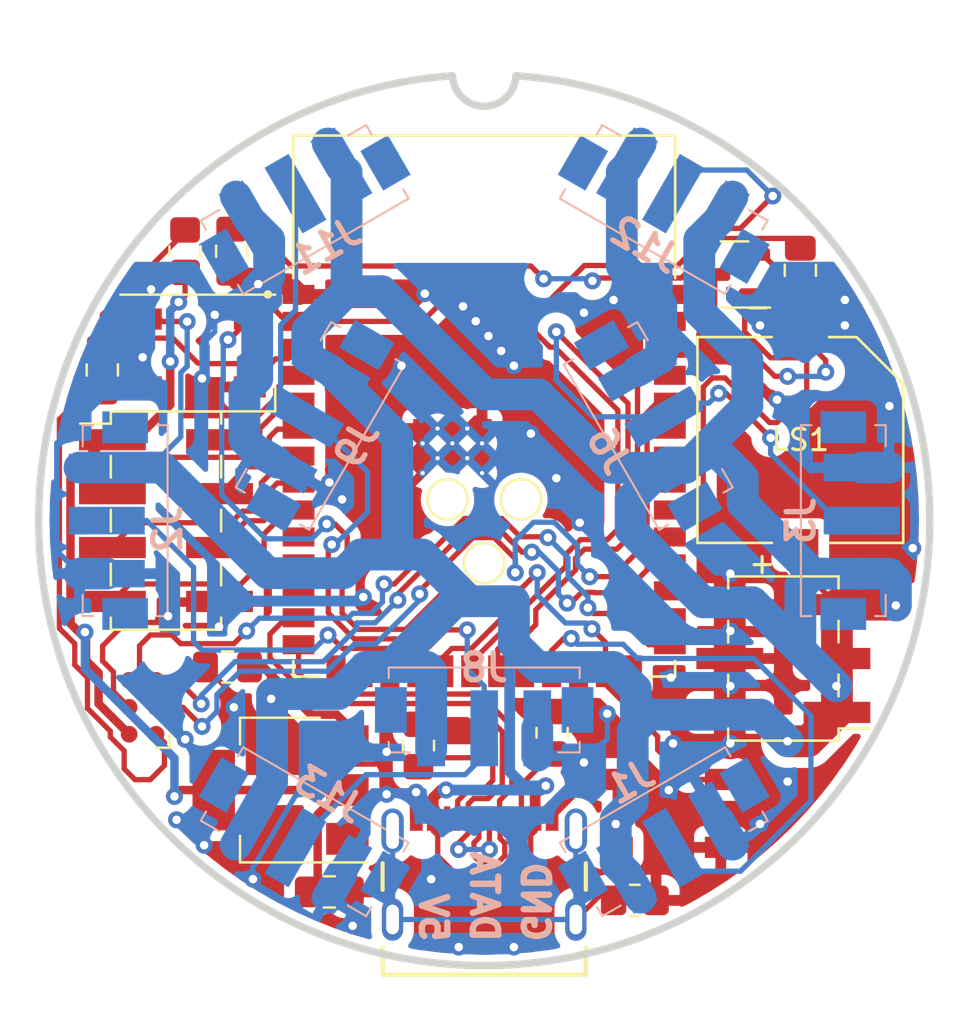
<source format=kicad_pcb>
(kicad_pcb (version 20211014) (generator pcbnew)

  (general
    (thickness 1.6)
  )

  (paper "A4")
  (layers
    (0 "F.Cu" signal)
    (31 "B.Cu" signal)
    (32 "B.Adhes" user "B.Adhesive")
    (33 "F.Adhes" user "F.Adhesive")
    (34 "B.Paste" user)
    (35 "F.Paste" user)
    (36 "B.SilkS" user "B.Silkscreen")
    (37 "F.SilkS" user "F.Silkscreen")
    (38 "B.Mask" user)
    (39 "F.Mask" user)
    (40 "Dwgs.User" user "User.Drawings")
    (41 "Cmts.User" user "User.Comments")
    (42 "Eco1.User" user "User.Eco1")
    (43 "Eco2.User" user "User.Eco2")
    (44 "Edge.Cuts" user)
    (45 "Margin" user)
    (46 "B.CrtYd" user "B.Courtyard")
    (47 "F.CrtYd" user "F.Courtyard")
    (48 "B.Fab" user)
    (49 "F.Fab" user)
    (50 "User.1" user)
    (51 "User.2" user)
    (52 "User.3" user)
    (53 "User.4" user)
    (54 "User.5" user)
    (55 "User.6" user)
    (56 "User.7" user)
    (57 "User.8" user)
    (58 "User.9" user)
  )

  (setup
    (stackup
      (layer "F.SilkS" (type "Top Silk Screen"))
      (layer "F.Paste" (type "Top Solder Paste"))
      (layer "F.Mask" (type "Top Solder Mask") (thickness 0.01))
      (layer "F.Cu" (type "copper") (thickness 0.035))
      (layer "dielectric 1" (type "core") (thickness 1.51) (material "FR4") (epsilon_r 4.5) (loss_tangent 0.02))
      (layer "B.Cu" (type "copper") (thickness 0.035))
      (layer "B.Mask" (type "Bottom Solder Mask") (thickness 0.01))
      (layer "B.Paste" (type "Bottom Solder Paste"))
      (layer "B.SilkS" (type "Bottom Silk Screen"))
      (copper_finish "None")
      (dielectric_constraints no)
    )
    (pad_to_mask_clearance 0)
    (pcbplotparams
      (layerselection 0x00010fc_ffffffff)
      (disableapertmacros false)
      (usegerberextensions false)
      (usegerberattributes true)
      (usegerberadvancedattributes true)
      (creategerberjobfile true)
      (svguseinch false)
      (svgprecision 6)
      (excludeedgelayer true)
      (plotframeref false)
      (viasonmask false)
      (mode 1)
      (useauxorigin false)
      (hpglpennumber 1)
      (hpglpenspeed 20)
      (hpglpendiameter 15.000000)
      (dxfpolygonmode true)
      (dxfimperialunits true)
      (dxfusepcbnewfont true)
      (psnegative false)
      (psa4output false)
      (plotreference true)
      (plotvalue true)
      (plotinvisibletext false)
      (sketchpadsonfab false)
      (subtractmaskfromsilk false)
      (outputformat 1)
      (mirror false)
      (drillshape 0)
      (scaleselection 1)
      (outputdirectory "gerber/")
    )
  )

  (net 0 "")
  (net 1 "+5V")
  (net 2 "GND")
  (net 3 "+3V3")
  (net 4 "ESP_EN")
  (net 5 "LED_INTERNAL")
  (net 6 "ESP_TX")
  (net 7 "ESP_RX")
  (net 8 "ESP_IO0")
  (net 9 "ESP_D+")
  (net 10 "unconnected-(U2-Pad17)")
  (net 11 "ESP_D-")
  (net 12 "ESP_IO4")
  (net 13 "Net-(J4-PadB5)")
  (net 14 "Net-(J4-PadS1)")
  (net 15 "Net-(J4-PadA5)")
  (net 16 "unconnected-(J4-PadA8)")
  (net 17 "unconnected-(J4-PadB8)")
  (net 18 "BUZZER")
  (net 19 "ESP_IO5")
  (net 20 "ESP_IO6")
  (net 21 "ESP_IO7")
  (net 22 "ESP_IO8")
  (net 23 "LED_EXTERNAL_0")
  (net 24 "ESP_IO9")
  (net 25 "unconnected-(U2-Pad11)")
  (net 26 "unconnected-(U2-Pad15)")
  (net 27 "unconnected-(U2-Pad16)")
  (net 28 "LED_EXTERNAL_2")
  (net 29 "LED_EXTERNAL_4")
  (net 30 "LED_EXTERNAL_1")
  (net 31 "LED_EXTERNAL_3")
  (net 32 "LED_EXTERNAL_5")
  (net 33 "unconnected-(U2-Pad24)")
  (net 34 "unconnected-(U2-Pad26)")
  (net 35 "unconnected-(U2-Pad28)")
  (net 36 "unconnected-(U2-Pad29)")
  (net 37 "unconnected-(U2-Pad30)")
  (net 38 "unconnected-(U2-Pad31)")
  (net 39 "unconnected-(U2-Pad33)")
  (net 40 "unconnected-(U2-Pad34)")
  (net 41 "unconnected-(U2-Pad35)")
  (net 42 "unconnected-(U2-Pad38)")
  (net 43 "unconnected-(U2-Pad39)")
  (net 44 "unconnected-(D2-Pad2)")
  (net 45 "unconnected-(D1-Pad2)")
  (net 46 "Net-(LS1-PadN)")
  (net 47 "unconnected-(U2-Pad10)")
  (net 48 "unconnected-(U2-Pad12)")

  (footprint "LED_SMD:LED_WS2812B_PLCC4_5.0x5.0mm_P3.2mm" (layer "F.Cu") (at 58.7 63.8))

  (footprint "TestPoint:TestPoint_Pad_D1.5mm" (layer "F.Cu") (at 51.73 49))

  (footprint "TestPoint:TestPoint_Pad_D1.5mm" (layer "F.Cu") (at 48.27 49))

  (footprint "Resistor_SMD:R_0805_2012Metric_Pad1.20x1.40mm_HandSolder" (layer "F.Cu") (at 57.1 67.9))

  (footprint "CMI-9705-0380-SMT-TR:CUI_CMI-9705-0380-SMT-TR" (layer "F.Cu") (at 64.9 46.2 180))

  (footprint "AMS1117:SOT-223-3Lead_TabPin2" (layer "F.Cu") (at 40.4 62.7 180))

  (footprint "Capacitor_SMD:C_0805_2012Metric_Pad1.18x1.45mm_HandSolder" (layer "F.Cu") (at 32 42.9 -90))

  (footprint "Resistor_SMD:R_0805_2012Metric_Pad1.20x1.40mm_HandSolder" (layer "F.Cu") (at 46.9 60.6 90))

  (footprint "Connector_PinHeader_2.54mm:PinHeader_2x04_P2.54mm_Vertical_SMD" (layer "F.Cu") (at 35 50))

  (footprint "Capacitor_SMD:C_0805_2012Metric_Pad1.18x1.45mm_HandSolder" (layer "F.Cu") (at 64.9 38.2 -90))

  (footprint "LED_SMD:LED_WS2812B_PLCC4_5.0x5.0mm_P3.2mm" (layer "F.Cu") (at 36.5 42.1))

  (footprint "Connector:Tag-Connect_TC2030-IDC-NL_2x03_P1.27mm_Vertical" (layer "F.Cu") (at 33.9 58.8 90))

  (footprint "ESP32-S3:XCVR_ESP32-S3-WROOM-1-N16R2" (layer "F.Cu") (at 50 44.6))

  (footprint "Package_TO_SOT_SMD:SOT-23" (layer "F.Cu") (at 61.8 38.4 180))

  (footprint "Resistor_SMD:R_0805_2012Metric_Pad1.20x1.40mm_HandSolder" (layer "F.Cu") (at 35.9 37.3 90))

  (footprint "USB:GCT_USB4105-GF-A" (layer "F.Cu") (at 50 68.8))

  (footprint "Connector_PinHeader_2.54mm:PinHeader_2x03_P2.54mm_Vertical_SMD" (layer "F.Cu") (at 64.1 56.5 180))

  (footprint "Capacitor_SMD:C_0805_2012Metric_Pad1.18x1.45mm_HandSolder" (layer "F.Cu") (at 42.7 67.5))

  (footprint "TestPoint:TestPoint_Pad_D1.5mm" (layer "F.Cu") (at 50 52))

  (footprint "Resistor_SMD:R_0805_2012Metric_Pad1.20x1.40mm_HandSolder" (layer "F.Cu") (at 53.2 60 90))

  (footprint "Capacitor_SMD:C_0805_2012Metric_Pad1.18x1.45mm_HandSolder" (layer "F.Cu") (at 38.1 37.3 -90))

  (footprint "Capacitor_SMD:C_0805_2012Metric_Pad1.18x1.45mm_HandSolder" (layer "F.Cu") (at 37.9 56.9 180))

  (footprint "KYOCERA:009155003541006" (layer "B.Cu") (at 43.07 46 -120))

  (footprint "KYOCERA:009155003541006" (layer "B.Cu") (at 42 63.86 -30))

  (footprint "KYOCERA:009155003541006" (layer "B.Cu") (at 58 63.86 30))

  (footprint "KYOCERA:009155003541006" (layer "B.Cu") (at 66 50 90))

  (footprint "KYOCERA:009155003541006" (layer "B.Cu") (at 56.93 46 120))

  (footprint "KYOCERA:009155003541006" (layer "B.Cu") (at 58 36.14 150))

  (footprint "KYOCERA:009155003541006" (layer "B.Cu") (at 50 58))

  (footprint "KYOCERA:009155003541006" (layer "B.Cu") (at 42 36.14 -150))

  (footprint "KYOCERA:009155003541006" (layer "B.Cu") (at 34 50 -90))

  (gr_curve (pts (xy 51.494084 29.029381) (xy 51.462519 29.829935) (xy 50.808295 30.470615) (xy 50.000011 30.470615)) (layer "Edge.Cuts") (width 0.35) (tstamp 02025f0d-2c36-4e8a-b2f2-bd209884a171))
  (gr_curve (pts (xy 71 49.970609) (xy 71 38.875572) (xy 62.393957 29.796475) (xy 51.494084 29.029381)) (layer "Edge.Cuts") (width 0.35) (tstamp 15e7e8ae-30f8-4ab4-8598-527b01c57ead))
  (gr_curve (pts (xy 29.000001 49.970609) (xy 29.000001 61.568588) (xy 38.402011 70.970619) (xy 50.000011 70.970619)) (layer "Edge.Cuts") (width 0.35) (tstamp 2fe86075-1652-4a57-add0-6a0d4ccd3bba))
  (gr_curve (pts (xy 50.000011 70.970619) (xy 61.59799 70.970619) (xy 71 61.568588) (xy 71 49.970609)) (layer "Edge.Cuts") (width 0.35) (tstamp 6f5105ac-cf26-4982-b835-feffb12fc1cd))
  (gr_curve (pts (xy 48.505916 29.029381) (xy 37.606022 29.796475) (xy 29.000001 38.875572) (xy 29.000001 49.970609)) (layer "Edge.Cuts") (width 0.35) (tstamp 83454dc4-d07d-4169-b1b5-ccfdc401f507))
  (gr_curve (pts (xy 50.000011 30.470615) (xy 49.191706 30.470615) (xy 48.537482 29.829935) (xy 48.505916 29.029381)) (layer "Edge.Cuts") (width 0.35) (tstamp ae5e877b-644d-456e-b5ef-1a64fc0b52f5))
  (gr_text "DATA" (at 50 70 270) (layer "B.SilkS") (tstamp 71347679-6d00-4bdf-82a7-292868af630f)
    (effects (font (size 1.2 1.2) (thickness 0.3)) (justify left mirror))
  )
  (gr_text "GND" (at 52.4 70 270) (layer "B.SilkS") (tstamp b78bfc8f-0469-4499-ad41-c131461c3c5d)
    (effects (font (size 1.2 1.2) (thickness 0.3)) (justify left mirror))
  )
  (gr_text "5V" (at 47.6 70 270) (layer "B.SilkS") (tstamp fcb97466-92b0-4979-a8fb-7f5018f5491e)
    (effects (font (size 1.2 1.2) (thickness 0.3)) (justify left mirror))
  )

  (segment (start 66.625 53.96) (end 69.36 53.96) (width 1.5) (layer "F.Cu") (net 1) (tstamp 1ab7e168-65ef-4c69-aee8-827e1f2d4f74))
  (segment (start 35.9995 40.618688) (end 34.818688 40.618688) (width 0.25) (layer "F.Cu") (net 1) (tstamp 255781b9-a250-4bb0-88cd-ee59128159d9))
  (segment (start 47.6 63.062978) (end 47.6 64.045) (width 0.508) (layer "F.Cu") (net 1) (tstamp 26890865-820e-4f14-b8f0-4f830b5d6ea8))
  (segment (start 47.962978 62.7) (end 47.6 63.062978) (width 0.508) (layer "F.Cu") (net 1) (tstamp 2feeab13-c423-4052-9869-99a9a36c9cec))
  (segment (start 34.7 40.5) (end 34.05 40.5) (width 0.25) (layer "F.Cu") (net 1) (tstamp 338584df-2c70-4d23-bb25-90370050fec0))
  (segment (start 64.9 51.15) (end 64.9 52.235) (width 0.25) (layer "F.Cu") (net 1) (tstamp 3872a798-7f5f-4b91-96ae-c068ecddcd72))
  (segment (start 43.55 59.65) (end 43.55 60.4) (width 0.4) (layer "F.Cu") (net 1) (tstamp 3ccc9db8-eb8c-4147-b9ae-0fd1c5375537))
  (segment (start 47.6 64.045) (end 47.6 64.620727) (width 0.25) (layer "F.Cu") (net 1) (tstamp 3f525730-2b60-4fcf-adc6-0a8cf97d099c))
  (segment (start 38.9375 56.9) (end 39.588476 56.9) (width 0.4) (layer "F.Cu") (net 1) (tstamp 44e3469a-9d15-454f-9240-b40cddd79f86))
  (segment (start 43.048551 59.148551) (end 43.55 59.65) (width 0.4) (layer "F.Cu") (net 1) (tstamp 48a0c93d-789c-44df-ab5f-5d0cb36b93d5))
  (segment (start 56.25 64.250498) (end 56.25 62.2) (width 0.4) (layer "F.Cu") (net 1) (tstamp 48a4b99b-2ca0-4e38-bb04-fc0738eea243))
  (segment (start 52.4 62.9) (end 52.4 64.045) (width 0.508) (layer "F.Cu") (net 1) (tstamp 49322a6e-e281-46e3-ad3d-20050b2bb3dc))
  (segment (start 52.190479 65.809521) (end 52.190479 64.830248) (width 0.25) (layer "F.Cu") (net 1) (tstamp 4c6ebc15-4f96-4288-a5ed-5a7b5b989e43))
  (segment (start 39.95556 58.4) (end 39.95556 57.267084) (width 0.4) (layer "F.Cu") (net 1) (tstamp 4c8d139a-1b36-42f2-9e27-884b220c778d))
  (segment (start 39.588476 56.9) (end 41.837027 59.148551) (width 0.4) (layer "F.Cu") (net 1) (tstamp 53ebb907-6102-484a-a4bc-c32099a9c59c))
  (segment (start 64.9 52.235) (end 66.625 53.96) (width 0.25) (layer "F.Cu") (net 1) (tstamp 596c4946-f4f7-4581-a679-c686de92f943))
  (segment (start 69.36 53.96) (end 69.4 54) (width 1.5) (layer "F.Cu") (net 1) (tstamp 5f29c71d-d990-4098-9efa-edd1d6e06641))
  (segment (start 48.2 62.7) (end 47.962978 62.7) (width 0.508) (layer "F.Cu") (net 1) (tstamp 611ac314-42cd-41a8-91b4-3f1060711534))
  (segment (start 52.9 62.4) (end 52.4 62.9) (width 0.508) (layer "F.Cu") (net 1) (tstamp 61fc3ea2-00fe-49a0-abaa-a83a0272f2cb))
  (segment (start 64.3 60.4) (end 65.265 60.4) (width 1.5) (layer "F.Cu") (net 1) (tstamp 66cebd83-6351-4cf9-844e-f0e2e255291e))
  (segment (start 52.4 64.620727) (end 52.4 64.045) (width 0.25) (layer "F.Cu") (net 1) (tstamp 6c751816-cee0-4df4-9d46-48a5e4e5ba4f))
  (segment (start 52.9 62.4) (end 52.9 62.5) (width 0.508) (layer "F.Cu") (net 1) (tstamp 6f0fe351-769e-4b3a-bceb-af950cef9286))
  (segment (start 48.7 66.7) (end 51.3 66.7) (width 0.25) (layer "F.Cu") (net 1) (tstamp 7b171160-3831-405e-beb6-8ecdd733f235))
  (segment (start 47.809521 64.830248) (end 47.809521 65.809521) (width 0.25) (layer "F.Cu") (net 1) (tstamp 81890a6b-86dd-4622-940a-2aa2760cf519))
  (segment (start 66.625 56.5) (end 66.625 59.04) (width 1.5) (layer "F.Cu") (net 1) (tstamp 912045d1-f4a7-41cf-a4f2-c3a419404778))
  (segment (start 34.818688 40.618688) (end 34.7 40.5) (width 0.25) (layer "F.Cu") (net 1) (tstamp 9d03318a-7926-44f7-9e5e-5aa14dcb0716))
  (segment (start 52.190479 64.830248) (end 52.4 64.620727) (width 0.25) (layer "F.Cu") (net 1) (tstamp a48be18c-803e-4df9-a0c7-4ef12645cc81))
  (segment (start 65.265 60.4) (end 66.625 59.04) (width 1.5) (layer "F.Cu") (net 1) (tstamp ac514b35-215a-4457-8b72-7ea059606705))
  (segment (start 56.2 64.300498) (end 56.25 64.250498) (width 0.4) (layer "F.Cu") (net 1) (tstamp b307fbae-edf7-49c2-9c42-5c70665dcf77))
  (segment (start 39.95556 57.267084) (end 39.588476 56.9) (width 0.4) (layer "F.Cu") (net 1) (tstamp ce7e3d85-2792-42ec-8457-911dc04dfdaa))
  (segment (start 47.809521 65.809521) (end 48.7 66.7) (width 0.25) (layer "F.Cu") (net 1) (tstamp d5bfb570-d704-4eb8-b9c2-5ca29b1b7012))
  (segment (start 41.837027 59.148551) (end 43.048551 59.148551) (width 0.4) (layer "F.Cu") (net 1) (tstamp da5143aa-990a-4e1c-ad79-b4e545485e26))
  (segment (start 47.6 64.620727) (end 47.809521 64.830248) (width 0.25) (layer "F.Cu") (net 1) (tstamp db8a87c6-0cb3-451a-8993-2036f12ab455))
  (segment (start 51.3 66.7) (end 52.190479 65.809521) (width 0.25) (layer "F.Cu") (net 1) (tstamp e2b85c11-50d6-44cf-b9bc-ff730288aaa3))
  (segment (start 66.625 53.96) (end 66.625 56.5) (width 1.5) (layer "F.Cu") (net 1) (tstamp e2cfb055-efcc-4c97-8848-6b15df2b09ea))
  (via (at 64.3 60.4) (size 0.8) (drill 0.4) (layers "F.Cu" "B.Cu") (net 1) (tstamp 436cd9a8-9e91-4dcb-974d-546eb40615ac))
  (via (at 69.4 54) (size 0.8) (drill 0.4) (layers "F.Cu" "B.Cu") (net 1) (tstamp 5585aa5f-4576-46b3-b861-dba8c9f62dda))
  (via (at 52.9 62.5) (size 0.8) (drill 0.4) (layers "F.Cu" "B.Cu") (net 1) (tstamp 87aec584-7456-45f3-91a4-30c7766c368e))
  (via (at 39.95556 58.4) (size 0.8) (drill 0.4) (layers "F.Cu" "B.Cu") (net 1) (tstamp 967020df-d1e7-4f1b-839c-f7000e628acb))
  (via (at 35.9995 40.618688) (size 0.8) (drill 0.4) (layers "F.Cu" "B.Cu") (net 1) (tstamp a99d0c10-df94-419b-bc4d-bc2210591662))
  (via (at 56.2 64.300498) (size 0.8) (drill 0.4) (layers "F.Cu" "B.Cu") (net 1) (tstamp bc25d83d-318b-4346-84ac-74de563c36e6))
  (via (at 66.6 57.8) (size 0.8) (drill 0.4) (layers "F.Cu" "B.Cu") (net 1) (tstamp dd20fc3f-bfb0-4859-92ab-4c54a5b8bb0e))
  (via (at 48.2 62.7) (size 0.8) (drill 0.4) (layers "F.Cu" "B.Cu") (net 1) (tstamp edd82b38-554f-4063-8b74-79348c29555f))
  (segment (start 45.9 46.069206) (end 45.9 51.6) (width 1.5) (layer "B.Cu") (net 1) (tstamp 02752434-8751-4b0d-8659-7192343eb75c))
  (segment (start 30.924989 47.499808) (end 32.2125 47.5) (width 1.5) (layer "B.Cu") (net 1) (tstamp 039d0357-4bce-43db-8ed6-cc1ad547c7aa))
  (segment (start 64.3 60.4) (end 63.049511 59.149511) (width 1.5) (layer "B.Cu") (net 1) (tstamp 05040936-c40f-4d16-81b8-ca76a4ef60c7))
  (segment (start 45.9 51.6) (end 47.1 51.6) (width 1.5) (layer "B.Cu") (net 1) (tstamp 06fb19a5-e5a1-4470-9c66-0d0573961e35))
  (segment (start 34.25 47.5) (end 32.2125 47.5) (width 0.25) (layer "B.Cu") (net 1) (tstamp 072a8fd3-5d44-475d-93f8-6a52ac49bc04))
  (segment (start 62.4 44.599334) (end 59.72802 47.271314) (width 1.5) (layer "B.Cu") (net 1) (tstamp 0ceb70ab-b158-499e-9df4-36f9a07d50bf))
  (segment (start 43.512437 39.187563) (end 43.512437 33.583103) (width 1.5) (layer "B.Cu") (net 1) (tstamp 126db389-6547-4ef3-914b-9e7fb07867b2))
  (segment (start 47.1 51.6) (end 49.300011 53.800011) (width 1.5) (layer "B.Cu") (net 1) (tstamp 13e15420-77eb-4f3f-a87f-e3b05367207d))
  (segment (start 56.099511 56.900489) (end 52.500489 56.900489) (width 1.5) (layer "B.Cu") (net 1) (tstamp 1705387b-6828-4e7f-9c32-6c03541b5b91))
  (segment (start 43.271314 33.34198) (end 43.271314 33.671314) (width 0.508) (layer "B.Cu") (net 1) (tstamp 179f68f0-a496-4478-807a-8a228ac1fdea))
  (segment (start 62.650489 53.850489) (end 64.900489 56.100489) (width 1.5) (layer "B.Cu") (net 1) (tstamp 1dd933e2-c363-4935-934e-cd7aeeadfb5c))
  (segment (start 63.049511 59.149511) (end 57.149511 59.149511) (width 1.5) (layer "B.Cu") (net 1) (tstamp 1f3b7132-6206-431b-b35a-43108fe4ea8e))
  (segment (start 43.512437 39.187563) (end 41.657058 41.042942) (width 1.5) (layer "B.Cu") (net 1) (tstamp 226133bf-717b-412e-a057-c2e86f0862ed))
  (segment (start 66.6 57.8) (end 64.900489 56.100489) (width 1.5) (layer "B.Cu") (net 1) (tstamp 2270ac14-2b76-48f7-a1d6-48e1bcb60399))
  (segment (start 47.5 59.7875) (end 47.5 57.100978) (width 1.5) (layer "B.Cu") (net 1) (tstamp 22ce26e9-6173-4555-ab7a-a54424d6ac5d))
  (segment (start 60.843134 46.627724) (end 62.18657 47.97116) (width 1.5) (layer "B.Cu") (net 1) (tstamp 25b8529f-de0b-41ea-9eaf-944a1e96fb29))
  (segment (start 42.627724 32.226866) (end 43.271314 33.34198) (width 1.5) (layer "B.Cu") (net 1) (tstamp 2ae42398-6c29-43fd-a69b-1fdb739a259b))
  (segment (start 39.800485 52.476108) (end 34.824377 47.5) (width 1.5) (layer "B.Cu") (net 1) (tstamp 2ea41d8e-0eff-4100-bfa3-85e682ee6fb5))
  (segment (start 64.900489 53.099511) (end 65.5 52.5) (width 1.5) (layer "B.Cu") (net 1) (tstamp 321a4aec-45df-4ea5-9e1e-812b2e5883f0))
  (segment (start 36 42.724614) (end 35.7 43.024614) (width 0.25) (layer "B.Cu") (net 1) (tstamp 331d57bf-318f-4c4d-8293-fd7f058e0e5d))
  (segment (start 35.7 46.05) (end 34.25 47.5) (width 0.25) (layer "B.Cu") (net 1) (tstamp 38a0e6ea-afdc-4973-9472-842cc3c11c37))
  (segment (start 61.058814 35.84198) (end 60.136473 36.764321) (width 1.5) (layer "B.Cu") (net 1) (tstamp 3934c9a6-865d-40a7-bafa-f7759a48a519))
  (segment (start 62.18657 49.18657) (end 65.5 52.5) (width 1.5) (layer "B.Cu") (net 1) (tstamp 3ab214bb-e580-4dcb-86c8-1a855e3bd773))
  (segment (start 60.136473 40.136473) (end 62.4 42.4) (width 1.5) (layer "B.Cu") (net 1) (tstamp 3cb6da36-fe9c-4984-b9ef-754b7cca2469))
  (segment (start 52.9 62.5) (end 51.867363 62.5) (width 0.508) (layer "B.Cu") (net 1) (tstamp 3db1eab7-d1e2-4856-9133-6156a5b07976))
  (segment (start 47.5 57.100978) (end 47.299511 56.900489) (width 1.5) (layer "B.Cu") (net 1) (tstamp 406d6b8f-8aac-4a85-9861-7c8d913b32e2))
  (segment (start 38.941186 64.15802) (end 40 62.3) (width 1.5) (layer "B.Cu") (net 1) (tstamp 4bb68d7b-545c-4165-bb0f-248a0f196a9b))
  (segment (start 51.2 54) (end 51.4 53.8) (width 0.508) (layer "B.Cu") (net 1) (tstamp 4d55b5f5-0ddb-4e00-a307-da3ecfaf3e29))
  (segment (start 35.9995 40.618688) (end 36 40.619188) (width 0.25) (layer "B.Cu") (net 1) (tstamp 4d58005c-31bb-4279-8f63-2cd81a97eab3))
  (segment (start 47.100489 56.900489) (end 47.299511 56.900489) (width 1.5) (layer "B.Cu") (net 1) (tstamp 4f2decb1-190c-44f6-bb9c-f88f37317c45))
  (segment (start 56.9 49) (end 56.9 50.425852) (width 1.5) (layer "B.Cu") (net 1) (tstamp 53896e7d-ce7d-4f04-84ff-ffafce795889))
  (segment (start 35.7 43.024614) (end 35.7 46.05) (width 0.25) (layer "B.Cu") (net 1) (tstamp 549bdeb4-a07b-471d-b431-a5e40445f0c2))
  (segment (start 59.72802 47.271314) (end 58.628686 47.271314) (width 1.5) (layer "B.Cu") (net 1) (tstamp 5ce8f47a-9ac8-45c6-b1cb-29dba6573180))
  (segment (start 60.324637 53.850489) (end 62.650489 53.850489) (width 1.5) (layer "B.Cu") (net 1) (tstamp 60a55a2a-8d2b-4e6a-b7ad-8fa3828ee8c8))
  (segment (start 57.149511 59.149511) (end 57.149511 57.950489) (width 1.5) (layer "B.Cu") (net 1) (tstamp 60c200d1-57cb-4a84-80b3-40f2ae0c5835))
  (segment (start 51.2 61.832637) (end 51.2 54) (width 0.508) (layer "B.Cu") (net 1) (tstamp 635632b3-9828-4261-86e3-f775f3b55cdc))
  (segment (start 52.7 62.7) (end 52.9 62.5) (width 0.508) (layer "B.Cu") (net 1) (tstamp 683090bf-0121-4bb4-b7d7-6702c2335793))
  (segment (start 43.12644 58.17356) (end 44.399511 56.900489) (width 1.5) (layer "B.Cu") (net 1) (tstamp 6b4ee238-10f1-4879-8d85-415c5f2e1aca))
  (segment (start 65.5 52.5) (end 67.7875 52.5) (width 1.5) (layer "B.Cu") (net 1) (tstamp 6c892449-fa98-4beb-9545-a7daa2d377fc))
  (segment (start 62.18657 47.97116) (end 62.18657 49.18657) (width 1.5) (layer "B.Cu") (net 1) (tstamp 6d97a773-7566-43e5-a8e3-b42dc24928d5))
  (segment (start 48.2 62.7) (end 52.7 62.7) (width 0.508) (layer "B.Cu") (net 1) (tstamp 6eceff25-1402-46b4-8802-cdab6ba8051e))
  (segment (start 56.2 64.300498) (end 56.2 64.079259) (width 1.5) (layer "B.Cu") (net 1) (tstamp 71760063-0cb1-41d4-88ee-466a618ce82d))
  (segment (start 57 59.9) (end 57.8 59.1) (width 1.5) (layer "B.Cu") (net 1) (tstamp 72dd0d45-9f5f-4822-881d-60e023355781))
  (segment (start 69.075011 52.500192) (end 67.7875 52.5) (width 1.5) (layer "B.Cu") (net 1) (tstamp 7362ae56-3517-4081-bccb-817245acf9af))
  (segment (start 57.372276 67.773134) (end 56.728686 66.65802) (width 1.5) (layer "B.Cu") (net 1) (tstamp 755079d2-c7b5-4488-b47a-e8bf3710027f))
  (segment (start 69.4 54) (end 69.4 52.825181) (width 1.5) (layer "B.Cu") (net 1) (tstamp 87e8d44a-40ef-4b5d-8a93-6c64fe74fc52))
  (segment (start 43.37486 52.476108) (end 39.800485 52.476108) (width 1.5) (layer "B.Cu") (net 1) (tstamp 89908b58-3890-4d20-aae5-bbedfdf8255a))
  (segment (start 49.300011 53.800011) (end 51.4 53.800011) (width 1.5) (layer "B.Cu") (net 1) (tstamp 89f0ec50-3286-45bd-baf2-ff765b9d8559))
  (segment (start 52.500489 56.900489) (end 51.4 55.8) (width 1.5) (layer "B.Cu") (net 1) (tstamp 8ded30aa-d616-419f-93ea-bb4f85606bfc))
  (segment (start 56.2 66.129334) (end 56.728686 66.65802) (width 1.5) (layer "B.Cu") (net 1) (tstamp 8ea25245-3098-4001-9679-0e5f6e88d4eb))
  (segment (start 47.5 59.7875) (end 47.5 60.825002) (width 1.5) (layer "B.Cu") (net 1) (tstamp 9b156987-84e0-41cc-8fab-8745b1127132))
  (segment (start 56.2 64.079259) (end 57 63.279259) (width 1.5) (layer "B.Cu") (net 1) (tstamp 9c1ee2e4-05f8-4864-9025-d7c6079a83fb))
  (segment (start 62.4 42.4) (end 62.4 44.599334) (width 1.5) (layer "B.Cu") (net 1) (tstamp a29452be-4f39-4693-adc0-fc9556c10fd5))
  (segment (start 38.297265 65.272942) (end 38.941186 64.15802) (width 1.5) (layer "B.Cu") (net 1) (tstamp a2c7e02a-9eb7-4fe3-8b47-9b3a800c52f3))
  (segment (start 61.702735 34.727058) (end 61.058814 35.84198) (width 1.5) (layer "B.Cu") (net 1) (tstamp a3045687-06ae-41a2-b8bb-606ffc9713b2))
  (segment (start 69.4 52.825181) (end 69.075011 52.500192) (width 1.5) (layer "B.Cu") (net 1) (tstamp aa0c6cfa-bb23-4be4-8d0c-cb7d53887b58))
  (segment (start 64.900489 56.100489) (end 64.900489 53.099511) (width 1.5) (layer "B.Cu") (net 1) (tstamp ae7ed41c-08c1-4564-bc36-4ce9f60cf0e8))
  (segment (start 41.657058 41.042942) (end 41.657058 42.297265) (width 1.5) (layer "B.Cu") (net 1) (tstamp b4b4187d-c722-4771-ae57-d45afe2c5985))
  (segment (start 44.399511 56.900489) (end 45.540513 56.900489) (width 1.5) (layer "B.Cu") (net 1) (tstamp b6796925-057f-4a79-b053-909892435f42))
  (segment (start 56.2 64.300498) (end 56.2 66.129334) (width 1.5) (layer "B.Cu") (net 1) (tstamp b72b9963-b5ec-404b-a20b-00847b356bf9))
  (segment (start 59.72802 47.271314) (end 59.486897 47.512437) (width 1.5) (layer "B.Cu") (net 1) (tstamp b7593291-756b-44fb-ab27-4b7a2133c641))
  (segment (start 48.641013 53.799989) (end 49.300011 53.799989) (width 1.5) (layer "B.Cu") (net 1) (tstamp badead41-a09c-4817-acdb-386c1fec443a))
  (segment (start 45.540513 56.900489) (end 48.641013 53.799989) (width 1.5) (layer "B.Cu") (net 1) (tstamp c0f0c0e8-9604-4b38-8836-7e8e5602ca22))
  (segment (start 56.9 50.425852) (end 60.324637 53.850489) (width 1.5) (layer "B.Cu") (net 1) (tstamp c649b146-8c93-4238-9f95-273ab7b3cb65))
  (segment (start 56.012437 47.512437) (end 52.549511 44.049511) (width 1.5) (layer "B.Cu") (net 1) (tstamp c9e3dab3-bd61-4f2a-87bb-e1562c20c7af))
  (segment (start 36 40.619188) (end 36 42.724614) (width 0.25) (layer "B.Cu") (net 1) (tstamp cb9266c1-5d97-4741-a909-e44ede1e0d7b))
  (segment (start 58.628686 47.271314) (end 56.9 49) (width 1.5) (layer "B.Cu") (net 1) (tstamp cbff977e-b80e-4d82-90c4-7ef1fc5b7edc))
  (segment (start 40 58.17356) (end 43.12644 58.17356) (width 1.5) (layer "B.Cu") (net 1) (tstamp cfaf5136-e191-4c1e-971f-4f3cdcf77a88))
  (segment (start 52.549511 44.049511) (end 50.041013 44.049511) (width 1.5) (layer "B.Cu") (net 1) (tstamp d254b0b2-5fe3-411e-9676-d20eae808c15))
  (segment (start 57.149511 57.950489) (end 56.099511 56.900489) (width 1.5) (layer "B.Cu") (net 1) (tstamp d45c7dc7-c06e-4fc3-8272-cc78850ddb41))
  (segment (start 57 63.279259) (end 57 59.9) (width 1.5) (layer "B.Cu") (net 1) (tstamp d67f19cc-0d69-4585-a305-fed8a815d6c0))
  (segment (start 60.136473 36.764321) (end 60.136473 40.136473) (width 1.5) (layer "B.Cu") (net 1) (tstamp d8853521-2a77-47c9-b80a-25d80623239a))
  (segment (start 44.165384 51.6) (end 44.165384 51.685584) (width 1.5) (layer "B.Cu") (net 1) (tstamp dac03109-c016-4035-964d-f36854fa8f34))
  (segment (start 42.77198 42.941186) (end 41.657058 42.297265) (width 1.5) (layer "B.Cu") (net 1) (tstamp db67a6fa-cd89-4ab0-9f82-5dba5b70b20e))
  (segment (start 40 62.3) (end 40 58.17356) (width 1.5) (layer "B.Cu") (net 1) (tstamp deecbb3d-2aa7-4130-8a15-afae0ff65577))
  (segment (start 51.4 55.8) (end 51.4 53.8) (width 1.5) (layer "B.Cu") (net 1) (tstamp e5ce1c42-1bba-43fb-abbf-7e1516b89934))
  (segment (start 59.486897 47.512437) (end 56.012437 47.512437) (width 1.5) (layer "B.Cu") (net 1) (tstamp e859c012-2db2-44be-949a-ac77b2d958d3))
  (segment (start 34.824377 47.5) (end 32.2125 47.5) (width 1.5) (layer "B.Cu") (net 1) (tstamp e8f09e8b-8da6-4ca4-aaed-638ff9c5c0be))
  (segment (start 59.72802 47.271314) (end 60.843134 46.627724) (width 1.5) (layer "B.Cu") (net 1) (tstamp e9812056-4eb2-49dc-9b88-fd1e16475462))
  (segment (start 50.041013 44.049511) (end 45.179065 39.187563) (width 1.5) (layer "B.Cu") (net 1) (tstamp ec864490-6f6d-4cbe-92d6-c6522a04a842))
  (segment (start 45.9 51.6) (end 44.165384 51.6) (width 1.5) (layer "B.Cu") (net 1) (tstamp ecdfe53f-45b3-4c8a-8965-fda8c042b4c4))
  (segment (start 42.77198 42.941186) (end 45.9 46.069206) (width 1.5) (layer "B.Cu") (net 1) (tstamp edc34e73-060c-4263-99d9-9108fb7d41b4))
  (segment (start 47.299511 56.900489) (end 44.399511 56.900489) (width 1.5) (layer "B.Cu") (net 1) (tstamp ee3390f0-17bd-4ce6-902e-e1dc6cdda17e))
  (segment (start 45.179065 39.187563) (end 43.512437 39.187563) (width 1.5) (layer "B.Cu") (net 1) (tstamp f54fb706-1993-4bfd-9802-0a5ac0d6ae60))
  (segment (start 51.867363 62.5) (end 51.2 61.832637) (width 0.508) (layer "B.Cu") (net 1) (tstamp f99902e4-cf97-4f60-b119-be7e8a54b43d))
  (segment (start 44.165384 51.685584) (end 43.37486 52.476108) (width 1.5) (layer "B.Cu") (net 1) (tstamp faec715b-bc89-4215-bb95-a6da2fd7b63e))
  (segment (start 32.014179 55.899707) (end 33.113886 54.8) (width 0.25) (layer "F.Cu") (net 2) (tstamp 03d2ba2a-17fe-4dc3-8ddc-cd9fba133e74))
  (segment (start 54.7 62.3) (end 53.2 63.8) (width 0.508) (layer "F.Cu") (net 2) (tstamp 07a3bdd5-9bdb-4c25-8973-a066541a28d9))
  (segment (start 61.6 60.499011) (end 61.575 60.474011) (width 1.5) (layer "F.Cu") (net 2) (tstamp 1909dafe-4914-431c-970d-b6c538a35e1f))
  (segment (start 37.1 43.7) (end 36.7 43.3) (width 0.25) (layer "F.Cu") (net 2) (tstamp 26076375-9c0f-4c8c-b382-353bbc4bb8a8))
  (segment (start 45.4 60.9) (end 44.825489 61.474511) (width 0.25) (layer "F.Cu") (net 2) (tstamp 2b314318-6039-4f82-97d4-143434848e40))
  (segment (start 38.95 43.7) (end 37.1 43.7) (width 0.25) (layer "F.Cu") (net 2) (tstamp 2f912223-5d3a-4d96-b1bb-964e7b0383fd))
  (segment (start 61.575 60.474011) (end 61.575 59.04) (width 1.5) (layer "F.Cu") (net 2) (tstamp 300787f4-941b-410a-9759-90240dcbc056))
  (segment (start 40.874511 61.474511) (end 38.2 58.8) (width 0.25) (layer "F.Cu") (net 2) (tstamp 3164ead1-6c81-47c0-9be2-ffbf0018caf2))
  (segment (start 33.6375 42.3) (end 32 43.9375) (width 0.25) (layer "F.Cu") (net 2) (tstamp 35b62bd3-e17c-4376-9053-45f272303719))
  (segment (start 59.824511 39.414511) (end 59.824511 40.324511) (width 0.25) (layer "F.Cu") (net 2) (tstamp 3c41a8c2-fa0d-4abd-aa07-1987501ee3ff))
  (segment (start 34.8 54.8) (end 35.1 54.5) (width 0.25) (layer "F.Cu") (net 2) (tstamp 5b28dee6-a622-4acf-8ba6-a1fbc026c638))
  (segment (start 54.7 61.4) (end 54.7 62.3) (width 0.508) (layer "F.Cu") (net 2) (tstamp 5e24d24c-622b-4264-a200-dbf79bf79799))
  (segment (start 45.4 60.9) (end 45.4 60.949022) (width 0.25) (layer "F.Cu") (net 2) (tstamp 5e4b772d-cd9d-4d95-b838-e35ab1e32a47))
  (segment (start 62.7375 37.45) (end 63.1125 37.45) (width 0.25) (layer "F.Cu") (net 2) (tstamp 62e135cf-a6c6-43ef-bf9c-f572effd9bc9))
  (segment (start 44.825489 61.474511) (end 40.874511 61.474511) (width 0.25) (layer "F.Cu") (net 2) (tstamp 6325b470-c65c-4b07-8943-9b3a5f1b61ec))
  (segment (start 32.014179 56.620293) (end 32.014179 55.899707) (width 0.25) (layer "F.Cu") (net 2) (tstamp 6d69c1aa-f150-4d43-9035-e38a1815236c))
  (segment (start 58.75 39.34) (end 59.75 39.34) (width 0.25) (layer "F.Cu") (net 2) (tstamp 6deee49d-a8f5-43b9-9ed2-4378f54b7db9))
  (segment (start 61.6 52.5) (end 61.575 52.525) (width 1.5) (layer "F.Cu") (net 2) (tstamp 70582b30-2738-4680-ac4c-3e62b7cd6837))
  (segment (start 64.9 39.2375) (end 64.5625 39.2375) (width 0.25) (layer "F.Cu") (net 2) (tstamp 805d8fb1-c398-4604-924d-8b626f5b3a92))
  (segment (start 32.523707 58.058707) (end 32.523707 57.129821) (width 0.25) (layer "F.Cu") (net 2) (tstamp 861e5d4c-1640-4149-9d29-8f95cb9a8612))
  (segment (start 40.760969 38.850969) (end 38.613469 38.850969) (width 1) (layer "F.Cu") (net 2) (tstamp 8654e2bb-e3b0-4945-8309-ae78a6178e12))
  (segment (start 32.523707 57.129821) (end 32.014179 56.620293) (width 0.25) (layer "F.Cu") (net 2) (tstamp 87f07270-d9c1-4430-a1ee-a5abd352b898))
  (segment (start 38.613469 38.850969) (end 38.1 38.3375) (width 1) (layer "F.Cu") (net 2) (tstamp 8aa63726-56de-4dfc-b71e-f74377980818))
  (segment (start 61.575 56.5) (end 61.575 59.04) (width 1.5) (layer "F.Cu") (net 2) (tstamp 8f3856d2-b264-400f-860a-d724318e810d))
  (segment (start 63.1125 37.45) (end 64.9 39.2375) (width 0.25) (layer "F.Cu") (net 2) (tstamp 8f6fa20d-1f3b-4b0e-abda-48feb0ecfaa0))
  (segment (start 59.824511 40.324511) (end 63.8 44.3) (width 0.25) (layer "F.Cu") (net 2) (tstamp 9346d22c-08d2-444d-9548-2b238f131c41))
  (segment (start 46.746489 62.841197) (end 46.746489 63.991489) (width 0.508) (layer "F.Cu") (net 2) (tstamp 9c01386c-f8d2-45b7-aeb9-2f42557476b0))
  (segment (start 38.2 58.8) (end 38.2 58.2375) (width 0.25) (layer "F.Cu") (net 2) (tstamp b6d3dc31-b635-40ba-a921-f3d8415457d7))
  (segment (start 61.575 53.96) (end 61.575 56.5) (width 1.5) (layer "F.Cu") (net 2) (tstamp bc00f6df-1865-43b5-ac2b-5ec22e261496))
  (segment (start 53.2 63.8) (end 53.2 64.045) (width 0.508) (layer "F.Cu") (net 2) (tstamp bced92ce-eb3d-424d-9740-d49c19f3260d))
  (segment (start 33.113886 54.8) (end 34.8 54.8) (width 0.25) (layer "F.Cu") (net 2) (tstamp c463e416-192b-4c71-ad41-be182af279ab))
  (segment (start 59.75 39.34) (end 59.824511 39.414511) (width 0.25) (layer "F.Cu") (net 2) (tstamp c7db85d8-de94-42fc-8b1e-20daf961929b))
  (segment (start 46.746489 63.991489) (end 46.8 64.045) (width 0.508) (layer "F.Cu") (net 2) (tstamp cb55e8e1-cab8-40e2-b7f3-0f9646b13ccc))
  (segment (start 33.9 42.3) (end 33.6375 42.3) (width 0.25) (layer "F.Cu") (net 2) (tstamp d5e391e3-9ffc-449d-9968-6c843a8553cf))
  (segment (start 64.5625 39.2375) (end 63 40.8) (width 0.25) (layer "F.Cu") (net 2) (tstamp e36d3f42-231e-4c6d-a315-337448754f77))
  (segment (start 46.788186 62.7995) (end 46.746489 62.841197) (width 0.508) (layer "F.Cu") (net 2) (tstamp e94bbe8e-35b2-45bb-9824-70212a88034b))
  (segment (start 41.25 39.34) (end 40.760969 38.850969) (width 1) (layer "F.Cu") (net 2) (tstamp ea27b805-5a92-4c60-b0e8-cd6744cf2325))
  (segment (start 33.265 58.8) (end 32.523707 58.058707) (width 0.25) (layer "F.Cu") (net 2) (tstamp ed4c1dc0-d1d4-46ce-95a9-0d27e19ba503))
  (segment (start 38.2 58.2375) (end 36.8625 56.9) (width 0.25) (layer "F.Cu") (net 2) (tstamp f1f8d17d-fef4-4aa2-b0e0-58902f036af2))
  (segment (start 61.575 52.525) (end 61.575 53.96) (width 1.5) (layer "F.Cu") (net 2) (tstamp fe27b15c-b493-4d6e-94c6-b753cb51c90e))
  (via (at 70.2 51.3) (size 0.8) (drill 0.4) (layers "F.Cu" "B.Cu") (free) (net 2) (tstamp 0206b6e0-62e2-469b-b266-b0c38a150a9e))
  (via (at 34.3 39.1) (size 0.8) (drill 0.4) (layers "F.Cu" "B.Cu") (free) (net 2) (tstamp 028ada24-aa1f-411f-9a3d-add85266bcde))
  (via (at 36.7 43.3) (size 0.8) (drill 0.4) (layers "F.Cu" "B.Cu") (net 2) (tstamp 03b308bc-e228-43f7-a7b3-884870b07455))
  (via (at 61.6 60.499011) (size 0.8) (drill 0.4) (layers "F.Cu" "B.Cu") (net 2) (tstamp 12ea2801-9517-4e37-a737-56fde08f23da))
  (via (at 38.2 58.8) (size 0.8) (drill 0.4) (layers "F.Cu" "B.Cu") (free) (net 2) (tstamp 19600666-49fc-44ab-9eb0-3c681a8860f6))
  (via (at 58.9 60.5) (size 0.8) (drill 0.4) (layers "F.Cu" "B.Cu") (free) (net 2) (tstamp 2a904303-5208-495e-a523-ce0dbaa410e7))
  (via (at 63 40.8) (size 0.8) (drill 0.4) (layers "F.Cu" "B.Cu") (net 2) (tstamp 2d634e50-f730-44b5-b223-a807f57d9df5))
  (via (at 50.2 41.3) (size 0.8) (drill 0.4) (layers "F.Cu" "B.Cu") (free) (net 2) (tstamp 331d9ca6-8000-42da-9707-e9d388cdc970))
  (via (at 45.4 62.9) (size 0.8) (drill 0.4) (layers "F.Cu" "B.Cu") (free) (net 2) (tstamp 3576dff6-7568-49d9-84f1-c4e7fd8e9ac8))
  (via (at 46.788186 62.7995) (size 0.8) (drill 0.4) (layers "F.Cu" "B.Cu") (net 2) (tstamp 3a4c72c8-063b-4c79-89cf-2b4779128be0))
  (via (at 58.7 62.7) (size 0.8) (drill 0.4) (layers "F.Cu" "B.Cu") (free) (net 2) (tstamp 3b7631be-406b-4e60-823d-4abacd4cd245))
  (via (at 37.5 55) (size 0.8) (drill 0.4) (layers "F.Cu" "B.Cu") (free) (net 2) (tstamp 3d28b72f-8079-450c-81d2-8e99e1b5582e))
  (via (at 46.1 42.7) (size 0.8) (drill 0.4) (layers "F.Cu" "B.Cu") (free) (net 2) (tstamp 40cf4bee-0df0-44e8-84fc-e93a6c997857))
  (via (at 35.906957 60.308346) (size 0.8) (drill 0.4) (layers "F.Cu" "B.Cu") (free) (net 2) (tstamp 41c1a4e2-3c5e-4689-96f1-bdc5d8603dcd))
  (via (at 69.1 44.6) (size 0.8) (drill 0.4) (layers "F.Cu" "B.Cu") (free) (net 2) (tstamp 4b15531f-489d-478c-bc2f-6e9f78429811))
  (via (at 39.1 66.9) (size 0.8) (drill 0.4) (layers "F.Cu" "B.Cu") (free) (net 2) (tstamp 4e7f6e6e-d425-4f95-9b59-21d5e298812e))
  (via (at 52.2 45.9) (size 0.8) (drill 0.4) (layers "F.Cu" "B.Cu") (free) (net 2) (tstamp 4f39ccdb-fb14-4a8b-b21e-c1fa45e17073))
  (via (at 48.8 70.1) (size 0.8) (drill 0.4) (layers "F.Cu" "B.Cu") (free) (net 2) (tstamp 51c5ea2a-5d9b-4928-ac1a-473bb93ac360))
  (via (at 35.1 54.5) (size 0.8) (drill 0.4) (layers "F.Cu" "B.Cu") (free) (net 2) (tstamp 52a71c5f-d513-403c-b042-bb7f8b58d06d))
  (via (at 54.7 61.4) (size 0.8) (drill 0.4) (layers "F.Cu" "B.Cu") (net 2) (tstamp 5666bcee-5088-46b8-895c-e80b4512a904))
  (via (at 67 39.6) (size 0.8) (drill 0.4) (layers "F.Cu" "B.Cu") (free) (net 2) (tstamp 5a9ddacb-a231-42a3-b850-128fea9c7132))
  (via (at 53.4 48) (size 0.8) (drill 0.4) (layers "F.Cu" "B.Cu") (free) (net 2) (tstamp 5fec9c38-afaf-4150-95e9-b6e67348fbb9))
  (via (at 67 40.8) (size 0.8) (drill 0.4) (layers "F.Cu" "B.Cu") (free) (net 2) (tstamp 60a16cc3-7818-456e-bce1-29660677a4ce))
  (via (at 63 64.3) (size 0.8) (drill 0.4) (layers "F.Cu" "B.Cu") (free) (net 2) (tstamp 61ab4979-d42f-4ec2-89d4-c210953befe8))
  (via (at 47.5 66.9) (size 0.8) (drill 0.4) (layers "F.Cu" "B.Cu") (free) (net 2) (tstamp 65147d77-377b-4416-8924-86318def27c8))
  (via (at 45.4 60.9) (size 0.8) (drill 0.4) (layers "F.Cu" "B.Cu") (net 2) (tstamp 6b8f42c2-87bd-40cf-a0d7-cc6755b0c2c8))
  (via (at 47.2 39.3) (size 0.8) (drill 0.4) (layers "F.Cu" "B.Cu") (free) (net 2) (tstamp 6e704f56-bb15-4093-a5e9-b6e641008070))
  (via (at 39.349031 38.850969) (size 0.8) (drill 0.4) (layers "F.Cu" "B.Cu") (net 2) (tstamp 72ab913e-a860-45a4-94ff-2435266f21f5))
  (via (at 43.3 49) (size 0.8) (drill 0.4) (layers "F.Cu" "B.Cu") (free) (net 2) (tstamp 7570df9d-76bf-412d-b739-645a3c58a295))
  (via (at 64.3 62.3) (size 0.8) (drill 0.4) (layers "F.Cu" "B.Cu") (free) (net 2) (tstamp 814c1b18-0be2-4824-b7af-2cdfff59f98e))
  (via (at 49.6 40.6) (size 0.8) (drill 0.4) (layers "F.Cu" "B.Cu") (free) (net 2) (tstamp 8c86dc3a-d771-4196-bb53-9414a6f04ccf))
  (via (at 44.3 53.6) (size 0.8) (drill 0.4) (layers "F.Cu" "B.Cu") (free) (net 2) (tstamp 9a2b2fac-5b23-4beb-b871-d52efed12545))
  (via (at 61.6 52.5) (size 0.8) (drill 0.4) (layers "F.Cu" "B.Cu") (net 2) (tstamp a05b1e6c-f65c-4215-a105-afd653f28fa2))
  (via (at 43.8 69.1) (size 0.8) (drill 0.4) (layers "F.Cu" "B.Cu") (free) (net 2) (tstamp a0aaf80d-c1e8-4852-929b-94ece8edd8dc))
  (via (at 55.8 59.1) (size 0.8) (drill 0.4) (layers "F.Cu" "B.Cu") (free) (net 2) (tstamp a816889c-9a59-4811-a937-3079c9020fbe))
  (via (at 51.4 42.7) (size 0.8) (drill 0.4) (layers "F.Cu" "B.Cu") (free) (net 2) (tstamp aaf436b0-fdbe-4927-8762-6084288817dc))
  (via (at 58.8 57.4) (size 0.8) (drill 0.4) (layers "F.Cu" "B.Cu") (net 2) (tstamp abf8a2ce-b840-49dd-9883-7c16cde6c26a))
  (via (at 56.1 39.6) (size 0.8) (drill 0.4) (layers "F.Cu" "B.Cu") (free) (net 2) (tstamp b77cb589-71fd-46e8-82d9-8d6352b84d88))
  (via (at 61.6 57.8) (size 0.8) (drill 0.4) (layers "F.Cu" "B.Cu") (net 2) (tstamp ba8020a0-d5d6-425a-849a-64d1be365d6e))
  (via (at 54.7 40.2) (size 0.8) (drill 0.4) (layers "F.Cu" "B.Cu") (free) (net 2) (tstamp bf98cfe6-ea62-4cf4-b27b-cc9fb3d28987))
  (via (at 37.3 40.3) (size 0.8) (drill 0.4) (layers "F.Cu" "B.Cu") (free) (net 2) (tstamp d617e74c-ae72-4d70-bda6-bdf81a2092e6))
  (via (at 51.4 70.1) (size 0.8) (drill 0.4) (layers "F.Cu" "B.Cu") (free) (net 2) (tstamp ddfda6ef-cbf2-4296-a8bb-c646e0fb17f0))
  (via (at 42.7 48.2) (size 0.8) (drill 0.4) (layers "F.Cu" "B.Cu") (free) (net 2) (tstamp e069053c-1be1-457b-b02a-c473fdbc8c38))
  (via (at 49 39.9) (size 0.8) (drill 0.4) (layers "F.Cu" "B.Cu") (free) (net 2) (tstamp e3f09bc6-9cc5-4fb9-89bb-ea6cb3b776e3))
  (via (at 63.8 44.3) (size 0.8) (drill 0.4) (layers "F.Cu" "B.Cu") (free) (net 2) (tstamp e795c5df-74dd-4f4a-8c36-a911741a37df))
  (via (at 33.9 42.3) (size 0.8) (drill 0.4) (layers "F.Cu" "B.Cu") (free) (net 2) (tstamp ec421c3d-a4a1-447c-b6b9-2ceb6ad25aea))
  (via (at 35.5 64.1) (size 0.8) (drill 0.4) (layers "F.Cu" "B.Cu") (free) (net 2) (tstamp ee1655ae-5f0b-4597-80d1-2baa81c8501a))
  (via (at 54.5 50.1) (size 0.8) (drill 0.4) (layers "F.Cu" "B.Cu") (free) (net 2) (tstamp ee4e9ef0-d013-4c3c-85f0-aa9822089848))
  (via (at 61.6 55.2) (size 0.8) (drill 0.4) (layers "F.Cu" "B.Cu") (net 2) (tstamp f19d0e00-03d0-46a5-be9e-614b0850c8af))
  (via (at 36.8 65.3) (size 0.8) (drill 0.4) (layers "F.Cu" "B.Cu") (free) (net 2) (tstamp f4ea722b-b638-41c0-ab01-553eb88bc9fb))
  (via (at 50.8 42) (size 0.8) (drill 0.4) (layers "F.Cu" "B.Cu") (free) (net 2) (tstamp fa184c23-9dcd-4abc-a4e0-d707992c926c))
  (segment (start 52.753537 63.853511) (end 54.7 61.907048) (width 0.508) (layer "B.Cu") (net 2) (tstamp 1a5cf7b3-76de-4a97-91a8-57ad58f8d86f))
  (segment (start 44.108302 53.791698) (end 38.708302 53.791698) (width 0.508) (layer "B.Cu") (net 2) (tstamp 1de617a3-e9ec-469a-b9be-2c60c4ea0fe2))
  (segment (start 55.8 60.3) (end 54.7 61.4) (width 0.25) (layer "B.Cu") (net 2) (tstamp 25b04882-dee0-4a86-ad26-aff0feb99352))
  (segment (start 39.2 66.2) (end 41.2 62.8) (width 0.25) (layer "B.Cu") (net 2) (tstamp 2798f908-a4fd-417d-a580-95ac1fc4379c))
  (segment (start 38.297954 34.72666) (end 38.941186 35.84198) (width 1.5) (layer "B.Cu") (net 2) (tstamp 279fe30a-4547-4dcc-9407-23e0b50187f5))
  (segment (start 46.788186 62.7995) (end 46.788186 63.395234) (width 0.508) (layer "B.Cu") (net 2) (tstamp 2c3cd692-227c-4003-a6c9-d438319ae965))
  (segment (start 44.3 53.6) (end 44.108302 53.791698) (width 0.508) (layer "B.Cu") (net 2) (tstamp 2e45d18c-605c-4971-8461-775c7eb1cc6a))
  (segment (start 56.487563 33.583103) (end 56.487563 37.985221) (width 1.5) (layer "B.Cu") (net 2) (tstamp 31b9163f-632f-4156-a519-c1b746ee4c91))
  (segment (start 30.924989 52.499396) (end 32.2125 52.5) (width 1.5) (layer "B.Cu") (net 2) (tstamp 3b429229-22c2-46df-a091-bd8da8bf6010))
  (segment (start 52.5 59.7875) (end 52.5 61.074407) (width 1.5) (layer "B.Cu") (net 2) (tstamp 3d84ffe6-d14a-4d5e-9d0a-068aa4733a0b))
  (segment (start 52.5 61.074407) (end 52.499396 61.075011) (width 1.5) (layer "B.Cu") (net 2) (tstamp 4528e05c-ebee-427b-be3c-c04c510f6895))
  (segment (start 54.7 61.907048) (end 54.7 61.4) (width 0.508) (layer "B.Cu") (net 2) (tstamp 4a23d4dc-73db-462d-9fcb-58f33730dbd4))
  (segment (start 38.708302 53.791698) (end 37.5 55) (width 0.508) (layer "B.Cu") (net 2) (tstamp 5e7ef72f-11d9-409b-930d-202d4ad40d18))
  (segment (start 39.863527 38.488208) (end 39.3 39.051735) (width 1.5) (layer "B.Cu") (net 2) (tstamp 701fbe46-11b9-4ed4-8749-f6481518bd28))
  (segment (start 39.3 43.305702) (end 38.699429 43.906273) (width 1.5) (layer "B.Cu") (net 2) (tstamp 783055e6-6846-4966-b7c5-dae062ef0ec1))
  (segment (start 39.1 66.3) (end 39.2 66.2) (width 0.25) (layer "B.Cu") (net 2) (tstamp 7ca7120f-ec6e-46a1-9157-8ec4673fe071))
  (segment (start 38.941186 35.84198) (end 39.863527 36.764321) (width 1.5) (layer "B.Cu") (net 2) (tstamp 7e60d81c-8afa-4436-a5e4-5e1bf65080d0))
  (segment (start 38.699429 46.1692) (end 39.157264 46.627035) (width 1.5) (layer "B.Cu") (net 2) (tstamp 7fd1d4fa-a2c4-466b-b46c-03277e9709aa))
  (segment (start 40.27198 47.271314) (end 39.157264 46.627035) (width 1.5) (layer "B.Cu") (net 2) (tstamp 81c41b1f-3647-4962-a5f7-8a05582281bc))
  (segment (start 37.3 41.1) (end 37.3 40.3) (width 0.25) (layer "B.Cu") (net 2) (tstamp 8943c019-661e-45db-885b-90b6a29818cf))
  (segment (start 42.627035 67.772736) (end 43.271314 66.65802) (width 1.5) (layer "B.Cu") (net 2) (tstamp 8d92d5bc-8103-4e66-a930-49030a303d86))
  (segment (start 57.372965 32.227264) (end 56.728686 33.34198) (width 1.5) (layer "B.Cu") (net 2) (tstamp 8fadc069-bb4b-4543-8364-a412910ca308))
  (segment (start 33.9 42.3) (end 29.850403 46.349597) (width 0.25) (layer "B.Cu") (net 2) (tstamp 9060ae4d-ede1-4c9e-b4e0-8afb1ff2560c))
  (segment (start 36.7 43.3) (end 36.7 41.7) (width 0.25) (layer "B.Cu") (net 2) (tstamp 9ca88ad0-ab40-4413-af37-bcf8724bb37b))
  (segment (start 36.7 41.7) (end 37.3 41.1) (width 0.25) (layer "B.Cu") (net 2) (tstamp a03de851-5b25-4ac1-98d3-66542bed19cc))
  (segment (start 38.699429 43.906273) (end 38.699429 46.1692) (width 1.5) (layer "B.Cu") (net 2) (tstamp a3699d78-f903-4091-bd5e-3a8350330cfe))
  (segment (start 61.702046 65.27334) (end 61.058814 64.15802) (width 1.5) (layer "B.Cu") (net 2) (tstamp a61dde28-5346-4059-8cda-5f584a1ad149))
  (segment (start 45.4 60.9) (end 43.1 60.9) (width 0.25) (layer "B.Cu") (net 2) (tstamp a68910f6-83e9-4047-b4f3-7758e5f10c5d))
  (segment (start 29.850403 46.349597) (end 29.850403 51.42481) (width 0.25) (layer "B.Cu") (net 2) (tstamp afa3cc7b-4d8c-43fe-8f07-a2239d3e02ef))
  (segment (start 46.788186 63.395234) (end 47.246463 63.853511) (width 0.508) (layer "B.Cu") (net 2) (tstamp b09644ab-e876-4b9c-8252-b22b96970487))
  (segment (start 29.850403 51.42481) (end 30.924989 52.499396) (width 0.25) (layer "B.Cu") (net 2) (tstamp b1acd5e1-2da3-475a-938d-7c20cf1ee629))
  (segment (start 58.34334 39.840998) (end 58.34334 42.297954) (width 1.5) (layer "B.Cu") (net 2) (tstamp bca986ab-ae44-4c81-bade-80ab2a2c5777))
  (segment (start 56.487563 37.985221) (end 58.34334 39.840998) (width 1.5) (layer "B.Cu") (net 2) (tstamp bdf61975-869f-4bc8-9801-c66d74fa06e7))
  (segment (start 69.075011 47.500604) (end 67.7875 47.5) (width 1.5) (layer "B.Cu") (net 2) (tstamp c8e74e58-740c-4916-87cb-8e7df9386148))
  (segment (start 43.1 60.9) (end 41.2 62.8) (width 0.25) (layer "B.Cu") (net 2) (tstamp c9943be9-20b2-4a38-bab3-281dc2ce0047))
  (segment (start 39.1 66.9) (end 39.1 66.3) (width 0.25) (layer "B.Cu") (net 2) (tstamp cc5352e2-dd43-43a3-861f-36ac4aadb8b0))
  (segment (start 39.863527 36.764321) (end 39.863527 38.488208) (width 1.5) (layer "B.Cu") (net 2) (tstamp d00134db-27ec-4687-9373-e3fa8eca0af4))
  (segment (start 56.728686 33.34198) (end 56.487563 33.583103) (width 1.5) (layer "B.Cu") (net 2) (tstamp db1e0acf-47e9-4ded-8141-af410b9a12f0))
  (segment (start 55.8 59.1) (end 55.8 60.3) (width 0.25) (layer "B.Cu") (net 2) (tstamp e353cbfb-032b-4455-9d10-f5027d65532d))
  (segment (start 47.246463 63.853511) (end 52.753537 63.853511) (width 0.508) (layer "B.Cu") (net 2) (tstamp e5b01395-65cf-4d44-8957-e1b863d789c9))
  (segment (start 39.3 39.051735) (end 39.3 43.305702) (width 1.5) (layer "B.Cu") (net 2) (tstamp eac2a467-2f30-4f80-a053-03380ebf2063))
  (segment (start 58.34334 42.297954) (end 57.22802 42.941186) (width 1.5) (layer "B.Cu") (net 2) (tstamp ef44ba52-ed16-405f-addb-7285c30ee376))
  (segment (start 59.288439 38.565489) (end 61.153928 36.7) (width 0.25) (layer "F.Cu") (net 3) (tstamp 03925478-ad75-4169-a32d-4262b9f78801))
  (segment (start 37.600103 39.575489) (end 37.700103 39.675489) (width 0.25) (layer "F.Cu") (net 3) (tstamp 10047296-1626-4682-8e54-178c0babfd0f))
  (segment (start 49.7 38) (end 52.2 38) (width 0.25) (layer "F.Cu") (net 3) (tstamp 1266f671-0156-4113-9a19-e1d10e37297e))
  (segment (start 35.7 62.7) (end 35.4 63) (width 0.4) (layer "F.Cu") (net 3) (tstamp 14381d44-70a0-41b1-9f21-0c6ee85343e6))
  (segment (start 43.300978 62.7) (end 42.150489 63.850489) (width 0.4) (layer "F.Cu") (net 3) (tstamp 38be46d0-0dd6-42d9-a709-ef24faf39d51))
  (segment (start 35.9 38.3) (end 37.175489 39.575489) (width 0.25) (layer "F.Cu") (net 3) (tstamp 483d8e2b-b6d5-425c-9dfe-f5f2c18955c0))
  (segment (start 37.175489 39.575489) (end 37.600103 39.575489) (width 0.25) (layer "F.Cu") (net 3) (tstamp 4e37fcf1-bdd3-4c18-8ba3-9e9bc9f5ca31))
  (segment (start 40.670978 40.61) (end 41.25 40.61) (width 0.25) (layer "F.Cu") (net 3) (tstamp 52b91f49-51f6-4cd4-94c3-18e82c1794ec))
  (segment (start 35.2 44.54) (end 33.55 46.19) (width 0.4) (layer "F.Cu") (net 3) (tstamp 53d0b35b-425e-4be5-8be1-ac21d3c0e63c))
  (segment (start 38.1 36.2625) (end 39.1625 36.2625) (width 0.25) (layer "F.Cu") (net 3) (tstamp 5dfc70f4-9732-486f-99ca-0256e592bb91))
  (segment (start 47.09 40.61) (end 49.7 38) (width 0.25) (layer "F.Cu") (net 3) (tstamp 61b84f89-5810-495a-8890-816fad55fca1))
  (segment (start 42.150489 67.012011) (end 41.6625 67.5) (width 0.4) (layer "F.Cu") (net 3) (tstamp 6bc5a797-3f8a-4898-9570-1fa82091b682))
  (segment (start 35.2 42.5) (end 35.2 44.54) (width 0.4) (layer "F.Cu") (net 3) (tstamp 741a598c-b3db-4e3e-8b78-1522ca0f141c))
  (segment (start 32.140978 46.19) (end 30.500489 47.830489) (width 0.4) (layer "F.Cu") (net 3) (tstamp 79b5ab77-d691-493f-8570-a7ceabdafbe4))
  (segment (start 37.700103 39.675489) (end 40.175489 39.675489) (width 0.25) (layer "F.Cu") (net 3) (tstamp 7a30f802-8fb3-4bb5-bab1-84e5691fad32))
  (segment (start 43.55 62.7) (end 43.300978 62.7) (width 0.4) (layer "F.Cu") (net 3) (tstamp 7d104697-e069-4eaf-b142-502349eda9a8))
  (segment (start 55.234031 38.565489) (end 59.288439 38.565489) (width 0.25) (layer "F.Cu") (net 3) (tstamp 7f051055-2ca8-49ea-b1bd-7a6583b8ccef))
  (segment (start 39.1625 36.2625) (end 40.9 38) (width 0.25) (layer "F.Cu") (net 3) (tstamp 8110e613-ae8d-4799-a9e5-2f408b044e1a))
  (segment (start 61.153928 36.7) (end 64.4375 36.7) (width 0.25) (layer "F.Cu") (net 3) (tstamp 896f2113-cb92-4e4d-ab8c-abb755bcb632))
  (segment (start 31.22452 56.482736) (end 31.22452 56.582737) (width 0.4) (layer "F.Cu") (net 3) (tstamp 89d99d1b-57fb-40cf-89c3-438d89f16029))
  (segment (start 37.25 62.7) (end 43.55 62.7) (width 0.4) (layer "F.Cu") (net 3) (tstamp 8ffba7ed-b8e4-4c3d-9a13-859c309344ce))
  (segment (start 30.500489 47.830489) (end 30.500489 54.858705) (width 0.4) (layer "F.Cu") (net 3) (tstamp 9550431d-a7fc-47b5-b6d9-686af4a996a1))
  (segment (start 31.18115 55.256552) (end 31.22452 55.299922) (width 0.4) (layer "F.Cu") (net 3) (tstamp 95abd076-9bb6-4a6f-827c-ddfe0f80237e))
  (segment (start 37.25 62.7) (end 35.7 62.7) (width 0.4) (layer "F.Cu") (net 3) (tstamp 99a3957d-2f54-4d67-bb06-7400402f9d3b))
  (segment (start 41.25 40.61) (end 47.09 40.61) (width 0.25) (layer "F.Cu") (net 3) (tstamp 9e5fecf9-9aa8-4432-bc7f-443c4d6a99e0))
  (segment (start 64.4375 36.7) (end 64.9 37.1625) (width 0.25) (layer "F.Cu") (net 3) (tstamp a16ba1b9-1514-4085-9dcd-4cb2d54379b5))
  (segment (start 31.22452 56.582737) (end 31.82452 57.182737) (width 0.4) (layer "F.Cu") (net 3) (tstamp ae4fb1e3-cf6e-40f8-ae5b-e429a924de41))
  (segment (start 33.55 46.19) (end 32.475 46.19) (width 0.4) (layer "F.Cu") (net 3) (tstamp bacd25a4-bf64-4d94-93f0-5ad32ee89969))
  (segment (start 35.9 38.3) (end 35.9 39.4) (width 0.25) (layer "F.Cu") (net 3) (tstamp bcef9477-8b72-4ff0-b4d6-b708ead4e0b3))
  (segment (start 31.82452 58.62952) (end 33.265 60.07) (width 0.4) (layer "F.Cu") (net 3) (tstamp c2859c90-d21d-44e8-8063-eabf821b2d10))
  (segment (start 31.82452 57.182737) (end 31.82452 58.62952) (width 0.4) (layer "F.Cu") (net 3) (tstamp c7e77c9b-2e25-4641-9d41-db801cbd49f0))
  (segment (start 30.500489 54.858705) (end 31.22452 55.582737) (width 0.4) (layer "F.Cu") (net 3) (tstamp cc45a0ba-6107-4bef-bcd4-d7189091aa03))
  (segment (start 31.22452 55.299922) (end 31.22452 56.482736) (width 0.4) (layer "F.Cu") (net 3) (tstamp d26ce524-6d70-48be-aa47-120634919b51))
  (segment (start 55.1 38.69952) (end 55.234031 38.565489) (width 0.25) (layer "F.Cu") (net 3) (tstamp d276449d-107d-4e13-924d-3c421f4eed58))
  (segment (start 42.150489 63.850489) (end 42.150489 67.012011) (width 0.4) (layer "F.Cu") (net 3) (tstamp d69077c7-f124-4c79-8fe5-36b266c6b4a0))
  (segment (start 40.175489 39.675489) (end 40.175489 40.114511) (width 0.25) (layer "F.Cu") (net 3) (tstamp d7af14e4-9a4e-4244-8c22-1e3c74247126))
  (segment (start 40.9 38) (end 49.7 38) (width 0.25) (layer "F.Cu") (net 3) (tstamp dbc5ac88-7860-48ac-9c1f-85cfa3ec2514))
  (segment (start 32.475 46.19) (end 32.140978 46.19) (width 0.4) (layer "F.Cu") (net 3) (tstamp e057185b-01b2-4c92-97ec-3f527e492a11))
  (segment (start 52.2 38) (end 52.8 38.6) (width 0.25) (layer "F.Cu") (net 3) (tstamp e55c9879-9d3b-4f20-8e9b-9d7c6ae8f41a))
  (segment (start 35.9 39.4) (end 35.6 39.7) (width 0.25) (layer "F.Cu") (net 3) (tstamp e7923151-9170-4c38-9fe3-20dc4679c7d9))
  (segment (start 31.22452 55.582737) (end 31.22452 56.482736) (width 0.4) (layer "F.Cu") (net 3) (tstamp f60ac1d6-fe60-4b39-ba62-c0ce9d9e23bc))
  (segment (start 40.175489 40.114511) (end 40.670978 40.61) (width 0.25) (layer "F.Cu") (net 3) (tstamp ff832b82-56ca-4442-a08b-a0d12bebde6a))
  (via (at 35.2 42.5) (size 0.8) (drill 0.4) (layers "F.Cu" "B.Cu") (net 3) (tstamp 15e7be16-6ce1-43fe-bd40-9396e608b335))
  (via (at 55.1 38.69952) (size 0.8) (drill 0.4) (layers "F.Cu" "B.Cu") (net 3) (tstamp 1ab44933-d3fa-411c-bc82-387ac70b5009))
  (via (at 35.6 39.7) (size 0.8) (drill 0.4) (layers "F.Cu" "B.Cu") (net 3) (tstamp 3c5f0c9c-1146-461c-99a0-a0287cfb855c))
  (via (at 35.4 63) (size 0.8) (drill 0.4) (layers "F.Cu" "B.Cu") (net 3) (tstamp 5a3d6759-4066-4021-9de0-d5f7cadc06f2))
  (via (at 52.8 38.6) (size 0.8) (drill 0.4) (layers "F.Cu" "B.Cu") (net 3) (tstamp b63b7a37-4993-4787-9001-b634ce18f0d2))
  (via (at 31.18115 55.256552) (size 0.8) (drill 0.4) (layers "F.Cu" "B.Cu") (net 3) (tstamp efb058b5-8131-47ac-a2f3-91acd29d58e2))
  (segment (start 31.18115 55.256552) (end 31.18115 56.98115) (width 0.4) (layer "B.Cu") (net 3) (tstamp 103b1153-96ef-4ef9-b714-23089593ed26))
  (segment (start 31.18115 56.98115) (end 35.4 61.2) (width 0.4) (layer "B.Cu") (net 3) (tstamp 1aa1d885-2a60-42e6-bac0-7eec1e94aefd))
  (segment (start 55.1 38.69952) (end 55.00048 38.6) (width 0.25) (layer "B.Cu") (net 3) (tstamp 87b76682-9f06-4338-9a3a-92282cc956ad))
  (segment (start 55.00048 38.6) (end 52.8 38.6) (width 0.25) (layer "B.Cu") (net 3) (tstamp 8c272e18-3cc2-4d21-85f7-88150cb9c376))
  (segment (start 35.4 61.2) (end 35.4 63) (width 0.4) (layer "B.Cu") (net 3) (tstamp 9b067ae7-1864-4a5d-b8af-e83e9fee87d8))
  (segment (start 35.2 42.5) (end 35.2 40.1) (width 0.4) (layer "B.Cu") (net 3) (tstamp b42224ce-c063-4534-9429-3be99d1032b9))
  (segment (start 35.2 40.1) (end 35.6 39.7) (width 0.4) (layer "B.Cu") (net 3) (tstamp c698f192-f845-4f51-95b5-d1b9d175c32d))
  (segment (start 29.975969 55.075969) (end 29.975969 45.224031) (width 0.25) (layer "F.Cu") (net 4) (tstamp 01ce438f-aef7-492a-a047-8380aa069a54))
  (segment (start 40.175489 42.375489) (end 39.950978 42.6) (width 0.25) (layer "F.Cu") (net 4) (tstamp 10fcfbee-560c-4997-b50b-9dd90f3c4e28))
  (segment (start 36.500103 42.575489) (end 35.324614 41.4) (width 0.25) (layer "F.Cu") (net 4) (tstamp 123b4597-3c6b-4c9a-b21a-30bad13a55a4))
  (segment (start 34.928699 61.541415) (end 34.260293 62.209821) (width 0.25) (layer "F.Cu") (net 4) (tstamp 18cb761d-bbe7-41c5-842b-ab61e39502d7))
  (segment (start 41.25 41.88) (end 40.754511 42.375489) (width 0.25) (layer "F.Cu") (net 4) (tstamp 1fa8e775-cf55-4e01-8807-0db327bb09dd))
  (segment (start 34.928699 60.463699) (end 34.928699 61.541415) (width 0.25) (layer "F.Cu") (net 4) (tstamp 3703c65b-7d84-41db-8280-e841577aaddd))
  (segment (start 31.3 57.4) (end 30.7 56.8) (width 0.25) (layer "F.Cu") (net 4) (tstamp 40f18105-9510-4759-b8c9-54194d8532ae))
  (segment (start 33.030179 60.850884) (end 32.376608 60.197313) (width 0.25) (layer "F.Cu") (net 4) (tstamp 486b6dc6-c3c8-4a99-8f20-8c877cda2302))
  (segment (start 40.754511 42.375489) (end 40.175489 42.375489) (width 0.25) (layer "F.Cu") (net 4) (tstamp 4a05fc29-a8a7-428b-a0e6-2905ecaefa11))
  (segment (start 30.95048 44.24952) (end 30.95048 42.91202) (width 0.25) (layer "F.Cu") (net 4) (tstamp 4bb0e2a7-2bc3-41da-ad6e-632ae0774a5e))
  (segment (start 29.975969 45.224031) (end 30.95048 44.24952) (width 0.25) (layer "F.Cu") (net 4) (tstamp 52d8ba42-0c34-44fe-a127-786573444a77))
  (segment (start 34.260293 62.209821) (end 33.539707 62.209821) (width 0.25) (layer "F.Cu") (net 4) (tstamp 7c9e9638-fcf3-413d-a022-788f7e429139))
  (segment (start 33.539707 62.209821) (end 33.030179 61.700293) (width 0.25) (layer "F.Cu") (net 4) (tstamp 80a28c65-e9c1-4cf7-bf09-565042e70bb4))
  (segment (start 30.7 55.8) (end 29.975969 55.075969) (width 0.25) (layer "F.Cu") (net 4) (tstamp 8381d898-56ef-4edf-8fc5-78c43331412f))
  (segment (start 35.324614 41.4) (end 32.4625 41.4) (width 0.25) (layer "F.Cu") (net 4) (tstamp 8c3c04b0-341d-4345-8d3c-dec4d8041e8a))
  (segment (start 37.024614 42.6) (end 37.000103 42.575489) (width 0.25) (layer "F.Cu") (net 4) (tstamp 934b76c0-7da4-4ba7-a76f-2e3686f31a8d))
  (segment (start 32.376608 60.197313) (end 32.376608 59.923392) (width 0.25) (layer "F.Cu") (net 4) (tstamp ac312d56-99ec-4aa6-8b72-66cf6af953fc))
  (segment (start 33.030179 61.700293) (end 33.030179 60.850884) (width 0.25) (layer "F.Cu") (net 4) (tstamp ae06d221-994d-4005-94ee-ecd02760f257))
  (segment (start 31.3 58.846784) (end 31.3 57.4) (width 0.25) (layer "F.Cu") (net 4) (tstamp b4d9f726-716f-4eee-b2d8-bc8e77da2ca4))
  (segment (start 30.7 56.8) (end 30.7 55.8) (width 0.25) (layer "F.Cu") (net 4) (tstamp b69a599d-471f-431c-a762-d65072674be3))
  (segment (start 35.9 36.3) (end 35.9 36.4) (width 0.25) (layer "F.Cu") (net 4) (tstamp beb08d17-0940-4e3d-960b-5977c62b8e24))
  (segment (start 34.535 60.07) (end 34.928699 60.463699) (width 0.25) (layer "F.Cu") (net 4) (tstamp d41bdea5-c544-4e35-9816-7ce2f5ad5a7c))
  (segment (start 37.000103 42.575489) (end 36.500103 42.575489) (width 0.25) (layer "F.Cu") (net 4) (tstamp e3dff64b-15c8-4aa2-a7ab-0f993c9f4cd2))
  (segment (start 32.4625 41.4) (end 32 41.8625) (width 0.25) (layer "F.Cu") (net 4) (tstamp e6f60242-1139-4739-bc7f-70b698c896e4))
  (segment (start 32.376608 59.923392) (end 31.3 58.846784) (width 0.25) (layer "F.Cu") (net 4) (tstamp e73ee35d-edec-49c8-bcdc-c3705cbe79e2))
  (segment (start 35.9 36.4) (end 32 40.3) (width 0.25) (layer "F.Cu") (net 4) (tstamp e8e262ca-3a8e-4367-ac1c-18b8aa746f41))
  (segment (start 32 40.3) (end 32 41.8625) (width 0.25) (layer "F.Cu") (net 4) (tstamp f24a5861-9e44-4040-b1bb-baa971b1f0a0))
  (segment (start 39.950978 42.6) (end 37.024614 42.6) (width 0.25) (layer "F.Cu") (net 4) (tstamp f758589e-8abe-4584-b911-8bde2c874dc2))
  (segment (start 30.95048 42.91202) (end 32 41.8625) (width 0.25) (layer "F.Cu") (net 4) (tstamp f950f44a-5f51-41c8-aa70-fc2a9163cebb))
  (segment (start 37.977248 41.472752) (end 38.95 40.5) (width 0.25) (layer "F.Cu") (net 5) (tstamp 00fdc9c9-e79f-4490-b7aa-363b8945e899))
  (segment (start 43.540384 51.4267) (end 43.3 51.667084) (width 0.25) (layer "F.Cu") (net 5) (tstamp 02c9f1f8-7fd3-4b21-b877-3653f03f491f))
  (segment (start 51.7505 53.2) (end 52.5 52.4505) (width 0.25) (layer "F.Cu") (net 5) (tstamp 04c2e07d-6eff-41dc-9c6d-f41207c79d36))
  (segment (start 58.175489 60.800103) (end 59.575386 62.2) (width 0.25) (layer "F.Cu") (net 5) (tstamp 06bb2cac-a56d-477c-a15c-2df142515098))
  (segment (start 46.312375 55.126449) (end 48.238824 53.2) (width 0.25) (layer "F.Cu") (net 5) (tstamp 0f241ec5-7f6b-4b95-be17-fb087b73f451))
  (segment (start 55.077033 55.101469) (end 55.715 55.739436) (width 0.25) (layer "F.Cu") (net 5) (tstamp 2bdda699-708f-44d6-ac22-57b48f6cc558))
  (segment (start 55.715 57.1) (end 55.715 57.715) (width 0.25) (layer "F.Cu") (net 5) (tstamp 4277933d-0f9a-4ef1-9ccc-747689ef9fff))
  (segment (start 42.576673 50.156139) (end 42.956139 50.156139) (width 0.25) (layer "F.Cu") (net 5) (tstamp 501ed7c6-d242-4392-8b93-4f1dff28e4fb))
  (segment (start 55.715 57.715) (end 58.175489 60.175489) (width 0.25) (layer "F.Cu") (net 5) (tstamp 76c25498-4baa-4cc7-8d56-dd27c91c3135))
  (segment (start 42.956139 50.156139) (end 43.540384 50.740384) (width 0.25) (layer "F.Cu") (net 5) (tstamp 7b0418b7-0ab6-410b-be78-0745437a3a1e))
  (segment (start 59.575386 62.2) (end 61.15 62.2) (width 0.25) (layer "F.Cu") (net 5) (tstamp 983e3f7c-5e42-4843-ad4a-0f3d6f85c3e3))
  (segment (start 37.921254 41.472752) (end 37.977248 41.472752) (width 0.25) (layer "F.Cu") (net 5) (tstamp b6f0d486-a615-4a76-8d7e-e619d442c84f))
  (segment (start 43.3 51.667084) (end 43.3 54.364282) (width 0.25) (layer "F.Cu") (net 5) (tstamp b86e1310-1028-4b00-abf0-0ade8289860b))
  (segment (start 43.3 54.364282) (end 44.062167 55.126449) (width 0.25) (layer "F.Cu") (net 5) (tstamp bc1b926e-72d4-4696-8f52-3525215e98c7))
  (segment (start 44.062167 55.126449) (end 46.312375 55.126449) (width 0.25) (layer "F.Cu") (net 5) (tstamp c2b99acc-15cd-4f46-b7d4-445e1a9df670))
  (segment (start 58.175489 60.175489) (end 58.175489 60.800103) (width 0.25) (layer "F.Cu") (net 5) (tstamp d965cff8-b99f-460d-93a7-200ff1e95eea))
  (segment (start 43.540384 50.740384) (end 43.540384 51.4267) (width 0.25) (layer "F.Cu") (net 5) (tstamp e18d442e-0264-4071-8cf1-d15042709594))
  (segment (start 48.238824 53.2) (end 51.7505 53.2) (width 0.25) (layer "F.Cu") (net 5) (tstamp ea04fa5a-1bdb-4237-9c7f-2b82630772e2))
  (segment (start 55.715 55.739436) (end 55.715 57.1) (width 0.25) (layer "F.Cu") (net 5) (tstamp efb8dee9-d450-4401-a19a-ae886676386d))
  (via (at 55.077033 55.101469) (size 0.8) (drill 0.4) (layers "F.Cu" "B.Cu") (net 5)
... [334926 chars truncated]
</source>
